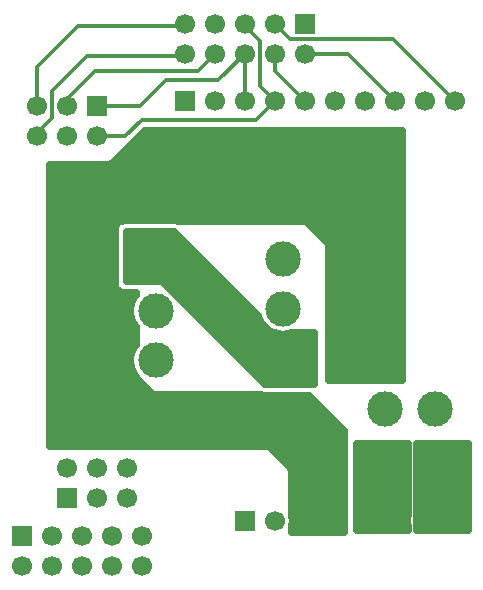
<source format=gbl>
G04 DipTrace 3.0.0.1*
G04 Arm-shield_lay_V2.GBL*
%MOIN*%
G04 #@! TF.FileFunction,Copper,L2,Bot*
G04 #@! TF.Part,Single*
G04 #@! TA.AperFunction,Conductor*
%ADD15C,0.012992*%
G04 #@! TA.AperFunction,CopperBalancing*
%ADD16C,0.025*%
G04 #@! TA.AperFunction,ComponentPad*
%ADD18R,0.066929X0.066929*%
%ADD19C,0.066929*%
%ADD20C,0.11811*%
%ADD24R,0.11811X0.11811*%
G04 #@! TA.AperFunction,ViaPad*
%ADD25C,0.04*%
%FSLAX26Y26*%
G04*
G70*
G90*
G75*
G01*
G04 Bottom*
%LPD*%
X862810Y2000419D2*
D15*
Y2025432D1*
X956559Y2119181D1*
X1300366D1*
X1356633Y2175448D1*
X962810Y1900419D2*
X1056580D1*
X1112825Y1956664D1*
X1494084D1*
X1556591Y2019171D1*
X1456633Y2275448D2*
Y2269176D1*
X1506617Y2219192D1*
Y2069144D1*
X1556591Y2019171D1*
X762810Y2000419D2*
Y2131703D1*
X900303Y2269197D1*
X1250382D1*
X1256633Y2275448D1*
X962810Y2000419D2*
X1106575D1*
X1194084Y2087928D1*
X1369113D1*
X1456633Y2175448D1*
Y2019213D1*
X1456591Y2019171D1*
X1556633Y2275448D2*
X1606638Y2225442D1*
X1950319D1*
X2156591Y2019171D1*
X1556633Y2175448D2*
Y2119129D1*
X1656591Y2019171D1*
X1656633Y2175448D2*
X1800314D1*
X1956591Y2019171D1*
X762810Y1900419D2*
Y1912930D1*
X812794Y1962915D1*
Y2050424D1*
X931556Y2169186D1*
X1262894D1*
X1256633Y2175448D1*
D25*
X1806648Y1875406D3*
X1750392Y1825400D3*
X1806648D3*
X1862904D3*
X1101888Y1894293D2*
D16*
X1979164D1*
X1077035Y1869424D2*
X1979164D1*
X1052133Y1844555D2*
X1979164D1*
X1027280Y1819686D2*
X1979164D1*
X809067Y1794818D2*
X1979164D1*
X809067Y1769949D2*
X1979164D1*
X809067Y1745080D2*
X1979164D1*
X809067Y1720211D2*
X1979164D1*
X809067Y1695343D2*
X1979164D1*
X809067Y1670474D2*
X1979164D1*
X809067Y1645605D2*
X1979164D1*
X809067Y1620736D2*
X1979164D1*
X809067Y1595867D2*
X1021400D1*
X1687583D2*
X1979164D1*
X809067Y1570999D2*
X1021303D1*
X1712436D2*
X1979164D1*
X809067Y1546130D2*
X1021303D1*
X1737289D2*
X1979164D1*
X809067Y1521261D2*
X1021303D1*
X1740415D2*
X1979164D1*
X809067Y1496392D2*
X1021303D1*
X1740415D2*
X1979164D1*
X809067Y1471524D2*
X1021303D1*
X1740415D2*
X1979164D1*
X809067Y1446655D2*
X1021303D1*
X1740415D2*
X1979164D1*
X809067Y1421786D2*
X1021303D1*
X1740415D2*
X1979164D1*
X809067Y1396917D2*
X1023159D1*
X1740415D2*
X1979164D1*
X809067Y1372049D2*
X1090785D1*
X1740415D2*
X1979164D1*
X809067Y1347180D2*
X1077260D1*
X1740415D2*
X1979164D1*
X809067Y1322311D2*
X1072621D1*
X1740415D2*
X1979164D1*
X809067Y1297442D2*
X1075307D1*
X1740415D2*
X1979164D1*
X809067Y1272573D2*
X1086293D1*
X1740415D2*
X1979164D1*
X809067Y1247705D2*
X1090345D1*
X1740415D2*
X1979164D1*
X809067Y1222836D2*
X1090248D1*
X1740415D2*
X1979164D1*
X809067Y1197967D2*
X1084877D1*
X1740415D2*
X1979164D1*
X809067Y1173098D2*
X1074769D1*
X1740415D2*
X1979164D1*
X809067Y1148230D2*
X1072719D1*
X1740415D2*
X1979164D1*
X809067Y1123361D2*
X1078139D1*
X1740415D2*
X1979164D1*
X809067Y1098492D2*
X1089808D1*
X1740415D2*
X1979164D1*
X809067Y1073623D2*
X1113247D1*
X809067Y1048755D2*
X1138001D1*
X809067Y1023886D2*
X1681655D1*
X809067Y999017D2*
X1706508D1*
X809067Y974148D2*
X1731361D1*
X809067Y949280D2*
X1756264D1*
X809067Y924411D2*
X1781117D1*
X809067Y899542D2*
X1785415D1*
X809067Y874673D2*
X1785415D1*
X1558529Y849804D2*
X1785415D1*
X1583432Y824936D2*
X1785415D1*
X1608285Y800067D2*
X1785415D1*
X1615365Y775198D2*
X1785415D1*
X1615365Y750329D2*
X1785415D1*
X1615365Y725461D2*
X1785415D1*
X1615365Y700592D2*
X1785415D1*
X1615365Y675723D2*
X1785415D1*
X1615365Y650854D2*
X1785415D1*
X1618685Y625986D2*
X1785415D1*
X1616293Y601117D2*
X1785415D1*
X1092336Y1102239D2*
X1087646Y1109041D1*
X1081551Y1121003D1*
X1077402Y1133770D1*
X1075302Y1147030D1*
Y1160455D1*
X1077402Y1173715D1*
X1081551Y1186483D1*
X1087646Y1198445D1*
X1092693Y1205699D1*
X1092906Y1266743D1*
X1087646Y1274395D1*
X1081551Y1286357D1*
X1077402Y1299125D1*
X1075302Y1312385D1*
Y1325810D1*
X1077402Y1339070D1*
X1081551Y1351837D1*
X1087646Y1363799D1*
X1093278Y1371797D1*
X1093295Y1380121D1*
X1048240Y1380188D1*
X1042130Y1381403D1*
X1036472Y1384012D1*
X1031580Y1387867D1*
X1027724Y1392760D1*
X1025115Y1398417D1*
X1023900Y1404528D1*
X1023819Y1594126D1*
X1024551Y1600312D1*
X1026707Y1606156D1*
X1030168Y1611336D1*
X1034743Y1615566D1*
X1040177Y1618609D1*
X1046173Y1620299D1*
X1050319Y1620626D1*
X1227416Y1620545D1*
X1233534Y1619327D1*
X1306575Y1619127D1*
X1658588Y1618974D1*
X1662307Y1617765D1*
X1665471Y1615466D1*
X1735503Y1545218D1*
X1737278Y1541732D1*
X1737890Y1537870D1*
Y1087822D1*
X1981668D1*
Y1919121D1*
X1124295Y1919161D1*
X1013912Y1809037D1*
X1010427Y1807261D1*
X1006564Y1806650D1*
X806516D1*
X806542Y869003D1*
X1532600Y869010D1*
X1536403Y868097D1*
X1539738Y866054D1*
X1610490Y795139D1*
X1612265Y791654D1*
X1612877Y787791D1*
Y639891D1*
X1614898Y633169D1*
X1616370Y623875D1*
Y614466D1*
X1614898Y605172D1*
X1612875Y598622D1*
X1612877Y581492D1*
X1787925Y581518D1*
X1787898Y920123D1*
X1671717Y1036310D1*
X1517039Y1036402D1*
X1510921Y1037619D1*
X1437885Y1037819D1*
X1154625Y1037972D1*
X1150906Y1039181D1*
X1147720Y1041500D1*
X1094710Y1094972D1*
X1092942Y1098461D1*
X1092375Y1101362D1*
X1834150Y850433D2*
X1997924D1*
X1834150Y825564D2*
X1997924D1*
X1834150Y800696D2*
X1997924D1*
X1834150Y775827D2*
X1997924D1*
X1834150Y750958D2*
X1997924D1*
X1834150Y726089D2*
X1997924D1*
X1834150Y701220D2*
X1997924D1*
X1834150Y676352D2*
X1997924D1*
X1834150Y651483D2*
X1997924D1*
X1834150Y626614D2*
X1994604D1*
X1834150Y601745D2*
X1996703D1*
X1991798Y587765D2*
X2000427Y588802D1*
X1999560Y600640D1*
X1997365Y609790D1*
X1996626Y619171D1*
X1997365Y628551D1*
X1999560Y637701D1*
X2000420Y640030D1*
Y875318D1*
X1831621Y875302D1*
X1831650Y587769D1*
X1991757D1*
X2034171Y850433D2*
X2197945D1*
X2034171Y825564D2*
X2197945D1*
X2034171Y800696D2*
X2197945D1*
X2034171Y775827D2*
X2197945D1*
X2034171Y750958D2*
X2197945D1*
X2034171Y726089D2*
X2197945D1*
X2034171Y701220D2*
X2197945D1*
X2034171Y676352D2*
X2197945D1*
X2034171Y651483D2*
X2197945D1*
X2034171Y626614D2*
X2197945D1*
X2034171Y601745D2*
X2197945D1*
X2031671Y875253D2*
Y587769D1*
X2200470D1*
X2200441Y875318D1*
X2031642Y875302D1*
X1065319Y1556757D2*
X1242521D1*
X1065319Y1531888D2*
X1267374D1*
X1065319Y1507020D2*
X1292277D1*
X1065319Y1482151D2*
X1317130D1*
X1065319Y1457282D2*
X1341984D1*
X1065319Y1432413D2*
X1366886D1*
X1194592Y1407545D2*
X1391740D1*
X1220324Y1382676D2*
X1416593D1*
X1244298Y1357807D2*
X1441496D1*
X1269201Y1332938D2*
X1466349D1*
X1294054Y1308070D2*
X1491202D1*
X1318908Y1283201D2*
X1506925D1*
X1343761Y1258332D2*
X1528165D1*
X1368664Y1233463D2*
X1685392D1*
X1393517Y1208594D2*
X1685392D1*
X1418370Y1183726D2*
X1685392D1*
X1443273Y1158857D2*
X1685392D1*
X1468126Y1133988D2*
X1685392D1*
X1492980Y1109119D2*
X1685392D1*
X1517882Y1084251D2*
X1685392D1*
X1212881Y1386736D2*
X1221089Y1379593D1*
X1228232Y1371385D1*
X1524280Y1075336D1*
X1687917Y1075320D1*
X1687887Y1244119D1*
X1610301Y1243980D1*
X1597245Y1240846D1*
X1583862Y1239793D1*
X1570479Y1240846D1*
X1557424Y1243980D1*
X1545021Y1249118D1*
X1533575Y1256133D1*
X1523366Y1264852D1*
X1514647Y1275060D1*
X1507633Y1286507D1*
X1502495Y1298909D1*
X1501001Y1300785D1*
X1220126Y1581659D1*
X1062789Y1581626D1*
X1062819Y1419106D1*
X1177287Y1418953D1*
X1181007Y1417744D1*
X1184171Y1415445D1*
X1212517Y1387098D1*
D18*
X1656633Y2275448D3*
D19*
Y2175448D3*
X1556633Y2275448D3*
Y2175448D3*
X1456633Y2275448D3*
Y2175448D3*
X1356633Y2275448D3*
Y2175448D3*
X1256633Y2275448D3*
Y2175448D3*
D18*
X712783Y569018D3*
D19*
Y469018D3*
X812783Y569018D3*
Y469018D3*
X912783Y569018D3*
Y469018D3*
X1012783Y569018D3*
Y469018D3*
X1112783Y569018D3*
Y469018D3*
D18*
X962810Y2000419D3*
D19*
Y1900419D3*
X862810Y2000419D3*
Y1900419D3*
X762810Y2000419D3*
Y1900419D3*
D18*
X862799Y694031D3*
D19*
Y794031D3*
X962799Y694031D3*
Y794031D3*
X1062799Y694031D3*
Y794031D3*
D20*
X944058Y1319097D3*
D18*
X1256591Y2019171D3*
D19*
X1356591D3*
X1456591D3*
X1556591D3*
X1656591D3*
X1756591D3*
X1856591D3*
X1956591D3*
X2056591D3*
X2156591D3*
D18*
X1456591Y619171D3*
D19*
X1556591D3*
X1656591D3*
X1756591D3*
X1856591D3*
X1956591D3*
X2056591D3*
X2156591D3*
D24*
X1925411Y775290D3*
D20*
X2090765D3*
Y991825D3*
X1925411D3*
X1800398Y1325348D3*
Y1490702D3*
X1583862Y1159993D3*
Y1490702D3*
Y1325348D3*
D24*
X1800398Y1159993D3*
D20*
X944058Y1153743D3*
X1160593Y1484451D3*
Y1153743D3*
Y1319097D3*
D24*
X944058Y1484451D3*
M02*

</source>
